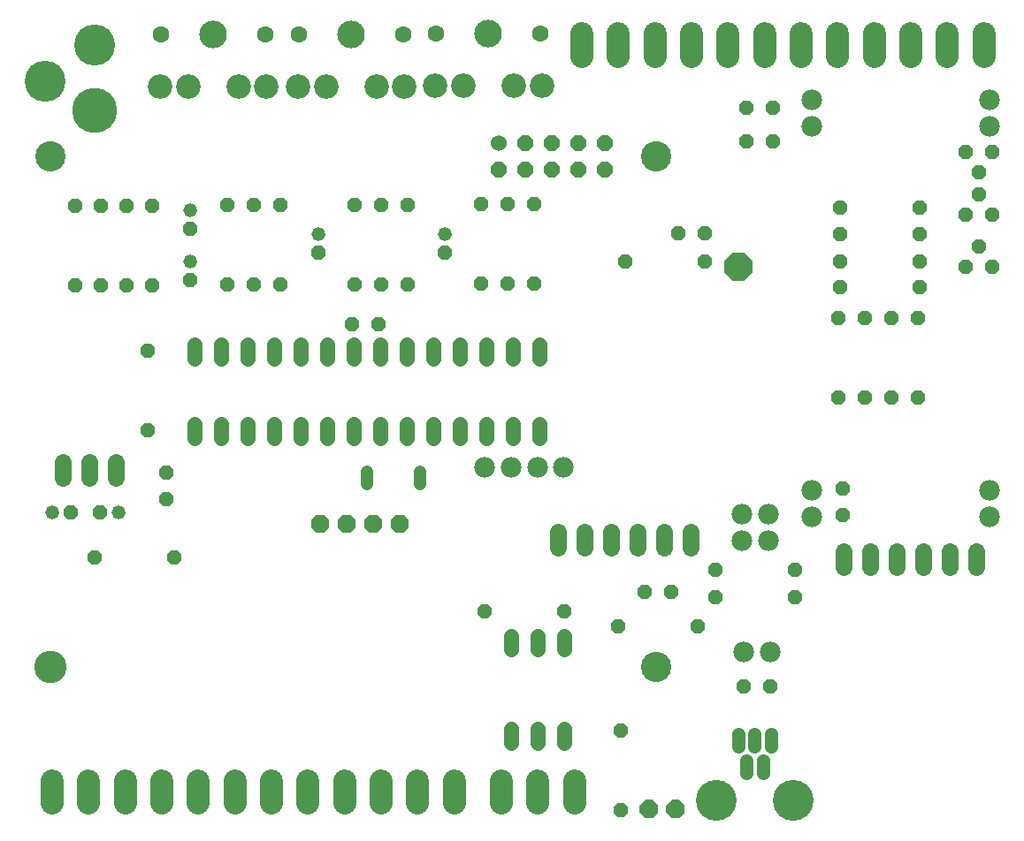
<source format=gbs>
G75*
%MOIN*%
%OFA0B0*%
%FSLAX24Y24*%
%IPPOS*%
%LPD*%
%AMOC8*
5,1,8,0,0,1.08239X$1,22.5*
%
%ADD10C,0.1142*%
%ADD11C,0.1221*%
%ADD12C,0.0560*%
%ADD13OC8,0.0560*%
%ADD14C,0.0480*%
%ADD15OC8,0.0670*%
%ADD16OC8,0.1040*%
%ADD17C,0.1540*%
%ADD18C,0.0516*%
%ADD19C,0.1040*%
%ADD20C,0.0926*%
%ADD21C,0.0631*%
%ADD22OC8,0.0520*%
%ADD23C,0.0520*%
%ADD24C,0.1700*%
%ADD25C,0.1542*%
%ADD26C,0.0640*%
%ADD27C,0.0600*%
%ADD28OC8,0.0600*%
%ADD29C,0.0880*%
%ADD30C,0.0780*%
%ADD31OC8,0.0700*%
D10*
X024839Y007327D03*
X024839Y026618D03*
X002005Y026618D03*
D11*
X002005Y007327D03*
D12*
X007430Y015974D02*
X007430Y016494D01*
X008430Y016494D02*
X008430Y015974D01*
X009430Y015974D02*
X009430Y016494D01*
X010430Y016494D02*
X010430Y015974D01*
X011430Y015974D02*
X011430Y016494D01*
X012430Y016494D02*
X012430Y015974D01*
X013430Y015974D02*
X013430Y016494D01*
X014430Y016494D02*
X014430Y015974D01*
X015430Y015974D02*
X015430Y016494D01*
X016430Y016494D02*
X016430Y015974D01*
X017430Y015974D02*
X017430Y016494D01*
X018430Y016494D02*
X018430Y015974D01*
X019430Y015974D02*
X019430Y016494D01*
X020430Y016494D02*
X020430Y015974D01*
X020430Y018974D02*
X020430Y019494D01*
X019430Y019494D02*
X019430Y018974D01*
X018430Y018974D02*
X018430Y019494D01*
X017430Y019494D02*
X017430Y018974D01*
X016430Y018974D02*
X016430Y019494D01*
X015430Y019494D02*
X015430Y018974D01*
X014430Y018974D02*
X014430Y019494D01*
X013430Y019494D02*
X013430Y018974D01*
X012430Y018974D02*
X012430Y019494D01*
X011430Y019494D02*
X011430Y018974D01*
X010430Y018974D02*
X010430Y019494D01*
X009430Y019494D02*
X009430Y018974D01*
X008430Y018974D02*
X008430Y019494D01*
X007430Y019494D02*
X007430Y018974D01*
X019357Y008516D02*
X019357Y007996D01*
X020357Y007996D02*
X020357Y008516D01*
X021357Y008516D02*
X021357Y007996D01*
X021357Y004996D02*
X021357Y004476D01*
X020357Y004476D02*
X020357Y004996D01*
X019357Y004996D02*
X019357Y004476D01*
D13*
X023507Y004945D03*
X023507Y001945D03*
X028125Y006594D03*
X029125Y006594D03*
X026385Y008858D03*
X027075Y009982D03*
X027075Y010991D03*
X025396Y010180D03*
X024396Y010180D03*
X023385Y008858D03*
X021365Y009449D03*
X018365Y009449D03*
X030075Y009982D03*
X030075Y010991D03*
X031873Y013083D03*
X031873Y014083D03*
X031690Y017498D03*
X032690Y017498D03*
X033690Y017498D03*
X034690Y017498D03*
X034690Y020498D03*
X033690Y020498D03*
X032690Y020498D03*
X031690Y020498D03*
X031753Y021667D03*
X031751Y022638D03*
X031753Y023667D03*
X031753Y024667D03*
X034753Y024667D03*
X034753Y023667D03*
X034751Y022638D03*
X034753Y021667D03*
X036491Y022441D03*
X036991Y023191D03*
X037491Y022441D03*
X037491Y024409D03*
X036991Y025159D03*
X036491Y024409D03*
X036991Y026022D03*
X036491Y026772D03*
X037491Y026772D03*
X029223Y027165D03*
X028223Y027165D03*
X028223Y028445D03*
X029223Y028445D03*
X026664Y023720D03*
X025664Y023720D03*
X026680Y022638D03*
X023680Y022638D03*
X020225Y021809D03*
X019225Y021809D03*
X018225Y021809D03*
X015480Y021784D03*
X014480Y021784D03*
X013480Y021784D03*
X013361Y020276D03*
X014361Y020276D03*
X010680Y021784D03*
X009680Y021784D03*
X008680Y021784D03*
X005845Y021733D03*
X004877Y021733D03*
X003908Y021733D03*
X002936Y021750D03*
X005667Y019284D03*
X005667Y016284D03*
X006381Y014669D03*
X006381Y013669D03*
X006660Y011484D03*
X003660Y011484D03*
X003908Y024733D03*
X002936Y024750D03*
X004877Y024733D03*
X005845Y024733D03*
X008680Y024784D03*
X009680Y024784D03*
X010680Y024784D03*
X013480Y024784D03*
X014480Y024784D03*
X015480Y024784D03*
X018225Y024809D03*
X019225Y024809D03*
X020225Y024809D03*
D14*
X015934Y014696D02*
X015934Y014256D01*
X013934Y014256D02*
X013934Y014696D01*
D15*
X014180Y012734D03*
X013180Y012734D03*
X012180Y012734D03*
X015180Y012734D03*
D16*
X027936Y022441D03*
D17*
X027110Y002299D03*
X029984Y002299D03*
D18*
X028862Y003339D02*
X028862Y003815D01*
X028547Y004327D02*
X028547Y004802D01*
X027917Y004802D02*
X027917Y004327D01*
X028232Y003815D02*
X028232Y003339D01*
X029177Y004327D02*
X029177Y004802D01*
D19*
X018512Y031231D03*
X013341Y031221D03*
X008141Y031221D03*
D20*
X009086Y029253D03*
X010149Y029253D03*
X011333Y029253D03*
X012396Y029253D03*
X014286Y029253D03*
X015349Y029253D03*
X016504Y029262D03*
X017567Y029262D03*
X019457Y029262D03*
X020520Y029262D03*
X007196Y029253D03*
X006133Y029253D03*
D21*
X006172Y031221D03*
X010109Y031221D03*
X011372Y031221D03*
X015309Y031221D03*
X016543Y031231D03*
X020480Y031231D03*
D22*
X016850Y022959D03*
X012100Y022959D03*
X007267Y023885D03*
X007267Y021943D03*
X003864Y013160D03*
X002781Y013182D03*
D23*
X002081Y013182D03*
X004564Y013160D03*
X007267Y022643D03*
X007267Y024585D03*
X012100Y023659D03*
X016850Y023659D03*
D24*
X003680Y028330D03*
D25*
X001790Y029452D03*
X003680Y030791D03*
D26*
X003480Y015084D02*
X003480Y014484D01*
X002480Y014484D02*
X002480Y015084D01*
X004480Y015084D02*
X004480Y014484D01*
X021149Y012427D02*
X021149Y011827D01*
X022149Y011827D02*
X022149Y012427D01*
X023149Y012427D02*
X023149Y011827D01*
X024149Y011827D02*
X024149Y012427D01*
X025149Y012427D02*
X025149Y011827D01*
X026149Y011827D02*
X026149Y012427D01*
X031893Y011717D02*
X031893Y011117D01*
X032893Y011117D02*
X032893Y011717D01*
X033893Y011717D02*
X033893Y011117D01*
X034893Y011117D02*
X034893Y011717D01*
X035893Y011717D02*
X035893Y011117D01*
X036893Y011117D02*
X036893Y011717D01*
D27*
X018902Y027118D03*
D28*
X018902Y026118D03*
X019902Y026118D03*
X020902Y026118D03*
X020902Y027118D03*
X019902Y027118D03*
X021902Y027118D03*
X022902Y027118D03*
X022902Y026118D03*
X021902Y026118D03*
D29*
X002070Y003038D02*
X002070Y002198D01*
X003448Y002198D02*
X003448Y003038D01*
X004826Y003038D02*
X004826Y002198D01*
X006204Y002198D02*
X006204Y003038D01*
X007582Y003038D02*
X007582Y002198D01*
X008960Y002198D02*
X008960Y003038D01*
X010337Y003030D02*
X010337Y002190D01*
X011715Y002190D02*
X011715Y003030D01*
X013093Y003030D02*
X013093Y002190D01*
X014471Y002190D02*
X014471Y003030D01*
X015849Y003030D02*
X015849Y002190D01*
X017227Y002190D02*
X017227Y003030D01*
X018999Y003030D02*
X018999Y002190D01*
X020377Y002190D02*
X020377Y003030D01*
X021755Y003030D02*
X021755Y002190D01*
X022030Y030387D02*
X022030Y031227D01*
X023408Y031227D02*
X023408Y030387D01*
X024786Y030387D02*
X024786Y031227D01*
X026164Y031227D02*
X026164Y030387D01*
X027542Y030387D02*
X027542Y031227D01*
X028920Y031227D02*
X028920Y030387D01*
X030298Y030387D02*
X030298Y031227D01*
X031676Y031227D02*
X031676Y030387D01*
X033054Y030387D02*
X033054Y031227D01*
X034432Y031227D02*
X034432Y030387D01*
X035810Y030387D02*
X035810Y031227D01*
X037188Y031227D02*
X037188Y030387D01*
D30*
X037385Y028756D03*
X037385Y027756D03*
X030692Y027756D03*
X030692Y028756D03*
X021341Y014862D03*
X020357Y014862D03*
X019357Y014862D03*
X018357Y014862D03*
X028055Y013109D03*
X028055Y012109D03*
X029055Y012109D03*
X029055Y013109D03*
X030692Y012992D03*
X030692Y013992D03*
X029119Y007905D03*
X028119Y007905D03*
X037385Y012992D03*
X037385Y013992D03*
D31*
X025582Y001969D03*
X024582Y001969D03*
M02*

</source>
